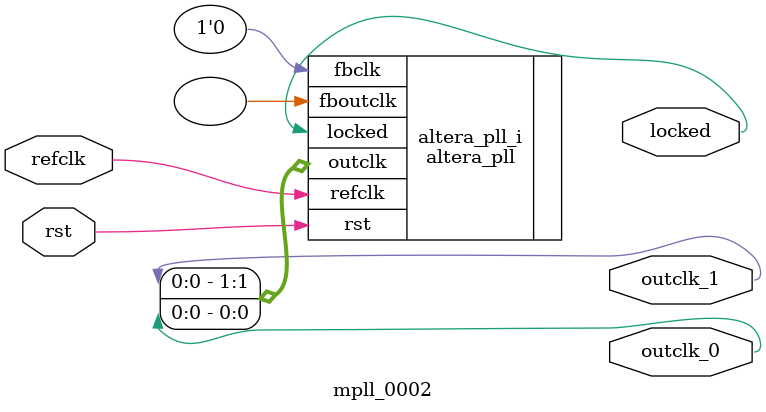
<source format=v>
`timescale 1ns/10ps
module  mpll_0002(

	// interface 'refclk'
	input wire refclk,

	// interface 'reset'
	input wire rst,

	// interface 'outclk0'
	output wire outclk_0,

	// interface 'outclk1'
	output wire outclk_1,

	// interface 'locked'
	output wire locked
);

	altera_pll #(
		.fractional_vco_multiplier("false"),
		.reference_clock_frequency("50.0 MHz"),
		.operation_mode("direct"),
		.number_of_clocks(2),
		.output_clock_frequency0("120.000000 MHz"),
		.phase_shift0("0 ps"),
		.duty_cycle0(50),
		.output_clock_frequency1("12.500000 MHz"),
		.phase_shift1("0 ps"),
		.duty_cycle1(50),
		.output_clock_frequency2("0 MHz"),
		.phase_shift2("0 ps"),
		.duty_cycle2(50),
		.output_clock_frequency3("0 MHz"),
		.phase_shift3("0 ps"),
		.duty_cycle3(50),
		.output_clock_frequency4("0 MHz"),
		.phase_shift4("0 ps"),
		.duty_cycle4(50),
		.output_clock_frequency5("0 MHz"),
		.phase_shift5("0 ps"),
		.duty_cycle5(50),
		.output_clock_frequency6("0 MHz"),
		.phase_shift6("0 ps"),
		.duty_cycle6(50),
		.output_clock_frequency7("0 MHz"),
		.phase_shift7("0 ps"),
		.duty_cycle7(50),
		.output_clock_frequency8("0 MHz"),
		.phase_shift8("0 ps"),
		.duty_cycle8(50),
		.output_clock_frequency9("0 MHz"),
		.phase_shift9("0 ps"),
		.duty_cycle9(50),
		.output_clock_frequency10("0 MHz"),
		.phase_shift10("0 ps"),
		.duty_cycle10(50),
		.output_clock_frequency11("0 MHz"),
		.phase_shift11("0 ps"),
		.duty_cycle11(50),
		.output_clock_frequency12("0 MHz"),
		.phase_shift12("0 ps"),
		.duty_cycle12(50),
		.output_clock_frequency13("0 MHz"),
		.phase_shift13("0 ps"),
		.duty_cycle13(50),
		.output_clock_frequency14("0 MHz"),
		.phase_shift14("0 ps"),
		.duty_cycle14(50),
		.output_clock_frequency15("0 MHz"),
		.phase_shift15("0 ps"),
		.duty_cycle15(50),
		.output_clock_frequency16("0 MHz"),
		.phase_shift16("0 ps"),
		.duty_cycle16(50),
		.output_clock_frequency17("0 MHz"),
		.phase_shift17("0 ps"),
		.duty_cycle17(50),
		.pll_type("General"),
		.pll_subtype("General")
	) altera_pll_i (
		.rst	(rst),
		.outclk	({outclk_1, outclk_0}),
		.locked	(locked),
		.fboutclk	( ),
		.fbclk	(1'b0),
		.refclk	(refclk)
	);
endmodule


</source>
